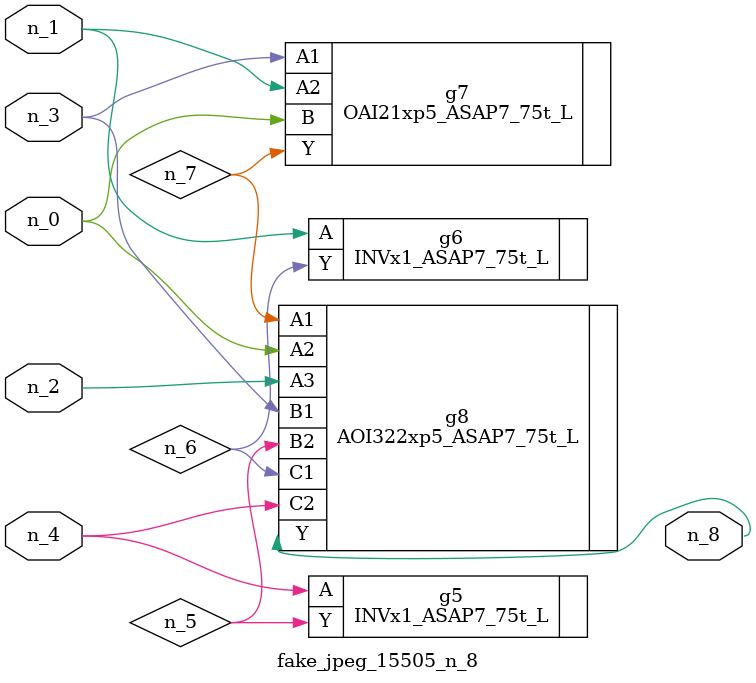
<source format=v>
module fake_jpeg_15505_n_8 (n_3, n_2, n_1, n_0, n_4, n_8);

input n_3;
input n_2;
input n_1;
input n_0;
input n_4;

output n_8;

wire n_6;
wire n_5;
wire n_7;

INVx1_ASAP7_75t_L g5 ( 
.A(n_4),
.Y(n_5)
);

INVx1_ASAP7_75t_L g6 ( 
.A(n_1),
.Y(n_6)
);

OAI21xp5_ASAP7_75t_L g7 ( 
.A1(n_3),
.A2(n_1),
.B(n_0),
.Y(n_7)
);

AOI322xp5_ASAP7_75t_L g8 ( 
.A1(n_7),
.A2(n_0),
.A3(n_2),
.B1(n_3),
.B2(n_5),
.C1(n_6),
.C2(n_4),
.Y(n_8)
);


endmodule
</source>
